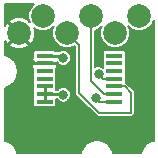
<source format=gtl>
G04 #@! TF.GenerationSoftware,KiCad,Pcbnew,(2018-01-21 revision 6b9866de8)-makepkg*
G04 #@! TF.CreationDate,2018-10-15T22:59:35+02:00*
G04 #@! TF.ProjectId,A1339_square board,41313333395F73717561726520626F61,rev?*
G04 #@! TF.SameCoordinates,Original*
G04 #@! TF.FileFunction,Copper,L1,Top,Signal*
G04 #@! TF.FilePolarity,Positive*
%FSLAX46Y46*%
G04 Gerber Fmt 4.6, Leading zero omitted, Abs format (unit mm)*
G04 Created by KiCad (PCBNEW (2018-01-21 revision 6b9866de8)-makepkg) date 10/15/18 22:59:35*
%MOMM*%
%LPD*%
G01*
G04 APERTURE LIST*
%ADD10C,1.998980*%
%ADD11R,1.450000X0.450000*%
%ADD12C,0.800000*%
%ADD13C,0.254000*%
%ADD14C,0.152400*%
%ADD15C,0.203200*%
G04 APERTURE END LIST*
D10*
X132399000Y-82894000D03*
X134431000Y-81433500D03*
X136463000Y-82894000D03*
X138495000Y-81433500D03*
X140527000Y-82894000D03*
X142559000Y-81433500D03*
D11*
X134550000Y-84775000D03*
X134550000Y-85425000D03*
X134550000Y-86075000D03*
X134550000Y-86725000D03*
X134550000Y-87375000D03*
X134550000Y-88025000D03*
X134550000Y-88675000D03*
X140450000Y-88675000D03*
X140450000Y-88025000D03*
X140450000Y-87375000D03*
X140450000Y-86725000D03*
X140450000Y-86075000D03*
X140450000Y-85425000D03*
X140450000Y-84775000D03*
D12*
X133125000Y-84850000D03*
X136125000Y-88100000D03*
X136125000Y-84978600D03*
X139123600Y-86350000D03*
X138875000Y-88350000D03*
D13*
X133125000Y-84850000D02*
X133700000Y-85425000D01*
X133700000Y-85425000D02*
X134550000Y-85425000D01*
X134550000Y-88675000D02*
X134550000Y-88025000D01*
X134550000Y-87375000D02*
X134550000Y-88025000D01*
X136050000Y-88025000D02*
X136125000Y-88100000D01*
X134550000Y-88025000D02*
X136050000Y-88025000D01*
X136125000Y-84978600D02*
X135921400Y-84775000D01*
X135921400Y-84775000D02*
X134550000Y-84775000D01*
D14*
X139498600Y-86725000D02*
X139123600Y-86350000D01*
X140450000Y-86725000D02*
X139498600Y-86725000D01*
X137462489Y-87937489D02*
X137462489Y-83893489D01*
X139125000Y-89600000D02*
X137462489Y-87937489D01*
X141875000Y-89600000D02*
X139125000Y-89600000D01*
X141875000Y-87922600D02*
X141875000Y-89600000D01*
X141327400Y-87375000D02*
X141875000Y-87922600D01*
X140450000Y-87375000D02*
X141327400Y-87375000D01*
X137462489Y-83893489D02*
X136463000Y-82894000D01*
X140450000Y-88025000D02*
X139572600Y-88025000D01*
X139572600Y-88025000D02*
X138495000Y-86947400D01*
X138495000Y-86947400D02*
X138495000Y-82846992D01*
X138495000Y-82846992D02*
X138495000Y-81433500D01*
X139200000Y-88675000D02*
X138875000Y-88350000D01*
X140450000Y-88675000D02*
X139200000Y-88675000D01*
D15*
G36*
X133368343Y-80723455D02*
X133177510Y-81184165D01*
X133177510Y-81682835D01*
X133283189Y-81937966D01*
X133276475Y-81944680D01*
X133169459Y-81747128D01*
X132671923Y-81539586D01*
X132132836Y-81538241D01*
X131634270Y-81743298D01*
X131628541Y-81747128D01*
X131521524Y-81944682D01*
X132399000Y-82822158D01*
X132413143Y-82808016D01*
X132484985Y-82879858D01*
X132470842Y-82894000D01*
X133348318Y-83771476D01*
X133545872Y-83664459D01*
X133753414Y-83166923D01*
X133754759Y-82627836D01*
X133686380Y-82461582D01*
X133720955Y-82496157D01*
X134181665Y-82686990D01*
X134680335Y-82686990D01*
X135141045Y-82496157D01*
X135362934Y-82274268D01*
X135209510Y-82644665D01*
X135209510Y-83143335D01*
X135400343Y-83604045D01*
X135752955Y-83956657D01*
X136213665Y-84147490D01*
X136712335Y-84147490D01*
X137092179Y-83990153D01*
X137132289Y-84030263D01*
X137132289Y-87937489D01*
X137157424Y-88063851D01*
X137229002Y-88170976D01*
X138891511Y-89833484D01*
X138891513Y-89833487D01*
X138998638Y-89905065D01*
X139125000Y-89930201D01*
X139125005Y-89930200D01*
X141875000Y-89930200D01*
X142001362Y-89905065D01*
X142108487Y-89833487D01*
X142180065Y-89726362D01*
X142205200Y-89600000D01*
X142205200Y-87922600D01*
X142180065Y-87796238D01*
X142108487Y-87689113D01*
X142108484Y-87689111D01*
X141560887Y-87141513D01*
X141453762Y-87069935D01*
X141416579Y-87062539D01*
X141414263Y-87050894D01*
X141413666Y-87050000D01*
X141414263Y-87049106D01*
X141433976Y-86950000D01*
X141433976Y-86500000D01*
X141414263Y-86400894D01*
X141413666Y-86400000D01*
X141414263Y-86399106D01*
X141433976Y-86300000D01*
X141433976Y-85850000D01*
X141414263Y-85750894D01*
X141413666Y-85750000D01*
X141414263Y-85749106D01*
X141433976Y-85650000D01*
X141433976Y-85200000D01*
X141414263Y-85100894D01*
X141413666Y-85100000D01*
X141414263Y-85099106D01*
X141433976Y-85000000D01*
X141433976Y-84550000D01*
X141414263Y-84450894D01*
X141358124Y-84366876D01*
X141274106Y-84310737D01*
X141175000Y-84291024D01*
X139725000Y-84291024D01*
X139625894Y-84310737D01*
X139541876Y-84366876D01*
X139485737Y-84450894D01*
X139466024Y-84550000D01*
X139466024Y-85000000D01*
X139485737Y-85099106D01*
X139486334Y-85100000D01*
X139485737Y-85100894D01*
X139466024Y-85200000D01*
X139466024Y-85650000D01*
X139485737Y-85749106D01*
X139486334Y-85750000D01*
X139485737Y-85750894D01*
X139478162Y-85788979D01*
X139253689Y-85696000D01*
X138993511Y-85696000D01*
X138825200Y-85765716D01*
X138825200Y-82653495D01*
X139205045Y-82496157D01*
X139426934Y-82274268D01*
X139273510Y-82644665D01*
X139273510Y-83143335D01*
X139464343Y-83604045D01*
X139816955Y-83956657D01*
X140277665Y-84147490D01*
X140776335Y-84147490D01*
X141237045Y-83956657D01*
X141589657Y-83604045D01*
X141780490Y-83143335D01*
X141780490Y-82644665D01*
X141627066Y-82274268D01*
X141848955Y-82496157D01*
X142309665Y-82686990D01*
X142808335Y-82686990D01*
X143269045Y-82496157D01*
X143621657Y-82143545D01*
X143796000Y-81722645D01*
X143796000Y-91979997D01*
X143639863Y-92011055D01*
X143521265Y-92060180D01*
X143164400Y-92298630D01*
X143073630Y-92389400D01*
X142835180Y-92746265D01*
X142786055Y-92864863D01*
X142754997Y-93021000D01*
X140370003Y-93021000D01*
X140338945Y-92864863D01*
X140289820Y-92746265D01*
X140051370Y-92389400D01*
X139960598Y-92298628D01*
X139603735Y-92060180D01*
X139485137Y-92011055D01*
X139064185Y-91927322D01*
X138935815Y-91927322D01*
X138514863Y-92011055D01*
X138396265Y-92060180D01*
X138039400Y-92298630D01*
X137948630Y-92389400D01*
X137710180Y-92746265D01*
X137661055Y-92864863D01*
X137629997Y-93021000D01*
X132245003Y-93021000D01*
X132213945Y-92864863D01*
X132164820Y-92746265D01*
X131926370Y-92389400D01*
X131835598Y-92298628D01*
X131478735Y-92060180D01*
X131360137Y-92011055D01*
X131204000Y-91979997D01*
X131204000Y-87480003D01*
X131360137Y-87448945D01*
X131478735Y-87399820D01*
X131835600Y-87161370D01*
X131926370Y-87070600D01*
X132164820Y-86713735D01*
X132213945Y-86595137D01*
X132297678Y-86174185D01*
X132297678Y-86045815D01*
X132213945Y-85624863D01*
X132189025Y-85564700D01*
X133469400Y-85564700D01*
X133469400Y-85720733D01*
X133523537Y-85851431D01*
X133566024Y-85893918D01*
X133566024Y-86300000D01*
X133585737Y-86399106D01*
X133586334Y-86400000D01*
X133585737Y-86400894D01*
X133566024Y-86500000D01*
X133566024Y-86950000D01*
X133585737Y-87049106D01*
X133586334Y-87050000D01*
X133585737Y-87050894D01*
X133566024Y-87150000D01*
X133566024Y-87600000D01*
X133585737Y-87699106D01*
X133586334Y-87700000D01*
X133585737Y-87700894D01*
X133566024Y-87800000D01*
X133566024Y-88250000D01*
X133585737Y-88349106D01*
X133586334Y-88350000D01*
X133585737Y-88350894D01*
X133566024Y-88450000D01*
X133566024Y-88900000D01*
X133585737Y-88999106D01*
X133641876Y-89083124D01*
X133725894Y-89139263D01*
X133825000Y-89158976D01*
X135275000Y-89158976D01*
X135374106Y-89139263D01*
X135458124Y-89083124D01*
X135514263Y-88999106D01*
X135533976Y-88900000D01*
X135533976Y-88450000D01*
X135525224Y-88406000D01*
X135543864Y-88406000D01*
X135570565Y-88470461D01*
X135754539Y-88654435D01*
X135994911Y-88754000D01*
X136255089Y-88754000D01*
X136495461Y-88654435D01*
X136679435Y-88470461D01*
X136779000Y-88230089D01*
X136779000Y-87969911D01*
X136679435Y-87729539D01*
X136495461Y-87545565D01*
X136255089Y-87446000D01*
X135994911Y-87446000D01*
X135754539Y-87545565D01*
X135656104Y-87644000D01*
X135525224Y-87644000D01*
X135533976Y-87600000D01*
X135533976Y-87150000D01*
X135514263Y-87050894D01*
X135513666Y-87050000D01*
X135514263Y-87049106D01*
X135533976Y-86950000D01*
X135533976Y-86500000D01*
X135514263Y-86400894D01*
X135513666Y-86400000D01*
X135514263Y-86399106D01*
X135533976Y-86300000D01*
X135533976Y-85893918D01*
X135576463Y-85851431D01*
X135630600Y-85720733D01*
X135630600Y-85564700D01*
X135541700Y-85475800D01*
X134600800Y-85475800D01*
X134600800Y-85495800D01*
X134499200Y-85495800D01*
X134499200Y-85475800D01*
X133558300Y-85475800D01*
X133469400Y-85564700D01*
X132189025Y-85564700D01*
X132164820Y-85506265D01*
X131926370Y-85149400D01*
X131906237Y-85129267D01*
X133469400Y-85129267D01*
X133469400Y-85285300D01*
X133558300Y-85374200D01*
X134499200Y-85374200D01*
X134499200Y-85354200D01*
X134600800Y-85354200D01*
X134600800Y-85374200D01*
X135541700Y-85374200D01*
X135569474Y-85346426D01*
X135570565Y-85349061D01*
X135754539Y-85533035D01*
X135994911Y-85632600D01*
X136255089Y-85632600D01*
X136495461Y-85533035D01*
X136679435Y-85349061D01*
X136779000Y-85108689D01*
X136779000Y-84848511D01*
X136679435Y-84608139D01*
X136495461Y-84424165D01*
X136255089Y-84324600D01*
X135994911Y-84324600D01*
X135827364Y-84394000D01*
X135476248Y-84394000D01*
X135458124Y-84366876D01*
X135374106Y-84310737D01*
X135275000Y-84291024D01*
X133825000Y-84291024D01*
X133725894Y-84310737D01*
X133641876Y-84366876D01*
X133585737Y-84450894D01*
X133566024Y-84550000D01*
X133566024Y-84956082D01*
X133523537Y-84998569D01*
X133469400Y-85129267D01*
X131906237Y-85129267D01*
X131835598Y-85058628D01*
X131478735Y-84820180D01*
X131360137Y-84771055D01*
X131204000Y-84739997D01*
X131204000Y-83843318D01*
X131521524Y-83843318D01*
X131628541Y-84040872D01*
X132126077Y-84248414D01*
X132665164Y-84249759D01*
X133163730Y-84044702D01*
X133169459Y-84040872D01*
X133276476Y-83843318D01*
X132399000Y-82965842D01*
X131521524Y-83843318D01*
X131204000Y-83843318D01*
X131204000Y-83551026D01*
X131248298Y-83658730D01*
X131252128Y-83664459D01*
X131449682Y-83771476D01*
X132327158Y-82894000D01*
X131449682Y-82016524D01*
X131252128Y-82123541D01*
X131204000Y-82238917D01*
X131204000Y-80429000D01*
X133662798Y-80429000D01*
X133368343Y-80723455D01*
X133368343Y-80723455D01*
G37*
X133368343Y-80723455D02*
X133177510Y-81184165D01*
X133177510Y-81682835D01*
X133283189Y-81937966D01*
X133276475Y-81944680D01*
X133169459Y-81747128D01*
X132671923Y-81539586D01*
X132132836Y-81538241D01*
X131634270Y-81743298D01*
X131628541Y-81747128D01*
X131521524Y-81944682D01*
X132399000Y-82822158D01*
X132413143Y-82808016D01*
X132484985Y-82879858D01*
X132470842Y-82894000D01*
X133348318Y-83771476D01*
X133545872Y-83664459D01*
X133753414Y-83166923D01*
X133754759Y-82627836D01*
X133686380Y-82461582D01*
X133720955Y-82496157D01*
X134181665Y-82686990D01*
X134680335Y-82686990D01*
X135141045Y-82496157D01*
X135362934Y-82274268D01*
X135209510Y-82644665D01*
X135209510Y-83143335D01*
X135400343Y-83604045D01*
X135752955Y-83956657D01*
X136213665Y-84147490D01*
X136712335Y-84147490D01*
X137092179Y-83990153D01*
X137132289Y-84030263D01*
X137132289Y-87937489D01*
X137157424Y-88063851D01*
X137229002Y-88170976D01*
X138891511Y-89833484D01*
X138891513Y-89833487D01*
X138998638Y-89905065D01*
X139125000Y-89930201D01*
X139125005Y-89930200D01*
X141875000Y-89930200D01*
X142001362Y-89905065D01*
X142108487Y-89833487D01*
X142180065Y-89726362D01*
X142205200Y-89600000D01*
X142205200Y-87922600D01*
X142180065Y-87796238D01*
X142108487Y-87689113D01*
X142108484Y-87689111D01*
X141560887Y-87141513D01*
X141453762Y-87069935D01*
X141416579Y-87062539D01*
X141414263Y-87050894D01*
X141413666Y-87050000D01*
X141414263Y-87049106D01*
X141433976Y-86950000D01*
X141433976Y-86500000D01*
X141414263Y-86400894D01*
X141413666Y-86400000D01*
X141414263Y-86399106D01*
X141433976Y-86300000D01*
X141433976Y-85850000D01*
X141414263Y-85750894D01*
X141413666Y-85750000D01*
X141414263Y-85749106D01*
X141433976Y-85650000D01*
X141433976Y-85200000D01*
X141414263Y-85100894D01*
X141413666Y-85100000D01*
X141414263Y-85099106D01*
X141433976Y-85000000D01*
X141433976Y-84550000D01*
X141414263Y-84450894D01*
X141358124Y-84366876D01*
X141274106Y-84310737D01*
X141175000Y-84291024D01*
X139725000Y-84291024D01*
X139625894Y-84310737D01*
X139541876Y-84366876D01*
X139485737Y-84450894D01*
X139466024Y-84550000D01*
X139466024Y-85000000D01*
X139485737Y-85099106D01*
X139486334Y-85100000D01*
X139485737Y-85100894D01*
X139466024Y-85200000D01*
X139466024Y-85650000D01*
X139485737Y-85749106D01*
X139486334Y-85750000D01*
X139485737Y-85750894D01*
X139478162Y-85788979D01*
X139253689Y-85696000D01*
X138993511Y-85696000D01*
X138825200Y-85765716D01*
X138825200Y-82653495D01*
X139205045Y-82496157D01*
X139426934Y-82274268D01*
X139273510Y-82644665D01*
X139273510Y-83143335D01*
X139464343Y-83604045D01*
X139816955Y-83956657D01*
X140277665Y-84147490D01*
X140776335Y-84147490D01*
X141237045Y-83956657D01*
X141589657Y-83604045D01*
X141780490Y-83143335D01*
X141780490Y-82644665D01*
X141627066Y-82274268D01*
X141848955Y-82496157D01*
X142309665Y-82686990D01*
X142808335Y-82686990D01*
X143269045Y-82496157D01*
X143621657Y-82143545D01*
X143796000Y-81722645D01*
X143796000Y-91979997D01*
X143639863Y-92011055D01*
X143521265Y-92060180D01*
X143164400Y-92298630D01*
X143073630Y-92389400D01*
X142835180Y-92746265D01*
X142786055Y-92864863D01*
X142754997Y-93021000D01*
X140370003Y-93021000D01*
X140338945Y-92864863D01*
X140289820Y-92746265D01*
X140051370Y-92389400D01*
X139960598Y-92298628D01*
X139603735Y-92060180D01*
X139485137Y-92011055D01*
X139064185Y-91927322D01*
X138935815Y-91927322D01*
X138514863Y-92011055D01*
X138396265Y-92060180D01*
X138039400Y-92298630D01*
X137948630Y-92389400D01*
X137710180Y-92746265D01*
X137661055Y-92864863D01*
X137629997Y-93021000D01*
X132245003Y-93021000D01*
X132213945Y-92864863D01*
X132164820Y-92746265D01*
X131926370Y-92389400D01*
X131835598Y-92298628D01*
X131478735Y-92060180D01*
X131360137Y-92011055D01*
X131204000Y-91979997D01*
X131204000Y-87480003D01*
X131360137Y-87448945D01*
X131478735Y-87399820D01*
X131835600Y-87161370D01*
X131926370Y-87070600D01*
X132164820Y-86713735D01*
X132213945Y-86595137D01*
X132297678Y-86174185D01*
X132297678Y-86045815D01*
X132213945Y-85624863D01*
X132189025Y-85564700D01*
X133469400Y-85564700D01*
X133469400Y-85720733D01*
X133523537Y-85851431D01*
X133566024Y-85893918D01*
X133566024Y-86300000D01*
X133585737Y-86399106D01*
X133586334Y-86400000D01*
X133585737Y-86400894D01*
X133566024Y-86500000D01*
X133566024Y-86950000D01*
X133585737Y-87049106D01*
X133586334Y-87050000D01*
X133585737Y-87050894D01*
X133566024Y-87150000D01*
X133566024Y-87600000D01*
X133585737Y-87699106D01*
X133586334Y-87700000D01*
X133585737Y-87700894D01*
X133566024Y-87800000D01*
X133566024Y-88250000D01*
X133585737Y-88349106D01*
X133586334Y-88350000D01*
X133585737Y-88350894D01*
X133566024Y-88450000D01*
X133566024Y-88900000D01*
X133585737Y-88999106D01*
X133641876Y-89083124D01*
X133725894Y-89139263D01*
X133825000Y-89158976D01*
X135275000Y-89158976D01*
X135374106Y-89139263D01*
X135458124Y-89083124D01*
X135514263Y-88999106D01*
X135533976Y-88900000D01*
X135533976Y-88450000D01*
X135525224Y-88406000D01*
X135543864Y-88406000D01*
X135570565Y-88470461D01*
X135754539Y-88654435D01*
X135994911Y-88754000D01*
X136255089Y-88754000D01*
X136495461Y-88654435D01*
X136679435Y-88470461D01*
X136779000Y-88230089D01*
X136779000Y-87969911D01*
X136679435Y-87729539D01*
X136495461Y-87545565D01*
X136255089Y-87446000D01*
X135994911Y-87446000D01*
X135754539Y-87545565D01*
X135656104Y-87644000D01*
X135525224Y-87644000D01*
X135533976Y-87600000D01*
X135533976Y-87150000D01*
X135514263Y-87050894D01*
X135513666Y-87050000D01*
X135514263Y-87049106D01*
X135533976Y-86950000D01*
X135533976Y-86500000D01*
X135514263Y-86400894D01*
X135513666Y-86400000D01*
X135514263Y-86399106D01*
X135533976Y-86300000D01*
X135533976Y-85893918D01*
X135576463Y-85851431D01*
X135630600Y-85720733D01*
X135630600Y-85564700D01*
X135541700Y-85475800D01*
X134600800Y-85475800D01*
X134600800Y-85495800D01*
X134499200Y-85495800D01*
X134499200Y-85475800D01*
X133558300Y-85475800D01*
X133469400Y-85564700D01*
X132189025Y-85564700D01*
X132164820Y-85506265D01*
X131926370Y-85149400D01*
X131906237Y-85129267D01*
X133469400Y-85129267D01*
X133469400Y-85285300D01*
X133558300Y-85374200D01*
X134499200Y-85374200D01*
X134499200Y-85354200D01*
X134600800Y-85354200D01*
X134600800Y-85374200D01*
X135541700Y-85374200D01*
X135569474Y-85346426D01*
X135570565Y-85349061D01*
X135754539Y-85533035D01*
X135994911Y-85632600D01*
X136255089Y-85632600D01*
X136495461Y-85533035D01*
X136679435Y-85349061D01*
X136779000Y-85108689D01*
X136779000Y-84848511D01*
X136679435Y-84608139D01*
X136495461Y-84424165D01*
X136255089Y-84324600D01*
X135994911Y-84324600D01*
X135827364Y-84394000D01*
X135476248Y-84394000D01*
X135458124Y-84366876D01*
X135374106Y-84310737D01*
X135275000Y-84291024D01*
X133825000Y-84291024D01*
X133725894Y-84310737D01*
X133641876Y-84366876D01*
X133585737Y-84450894D01*
X133566024Y-84550000D01*
X133566024Y-84956082D01*
X133523537Y-84998569D01*
X133469400Y-85129267D01*
X131906237Y-85129267D01*
X131835598Y-85058628D01*
X131478735Y-84820180D01*
X131360137Y-84771055D01*
X131204000Y-84739997D01*
X131204000Y-83843318D01*
X131521524Y-83843318D01*
X131628541Y-84040872D01*
X132126077Y-84248414D01*
X132665164Y-84249759D01*
X133163730Y-84044702D01*
X133169459Y-84040872D01*
X133276476Y-83843318D01*
X132399000Y-82965842D01*
X131521524Y-83843318D01*
X131204000Y-83843318D01*
X131204000Y-83551026D01*
X131248298Y-83658730D01*
X131252128Y-83664459D01*
X131449682Y-83771476D01*
X132327158Y-82894000D01*
X131449682Y-82016524D01*
X131252128Y-82123541D01*
X131204000Y-82238917D01*
X131204000Y-80429000D01*
X133662798Y-80429000D01*
X133368343Y-80723455D01*
M02*

</source>
